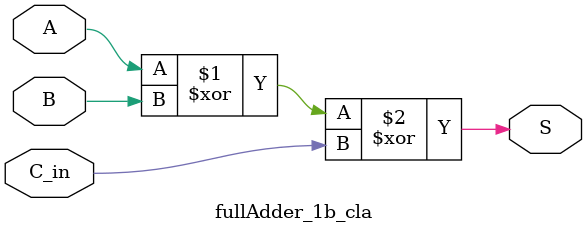
<source format=v>
/*
    CS/ECE 552 Spring '19
    Homework #3, Problem 2
    
    a 1-bit full adder
*/
module fullAdder_1b_cla(A, B, C_in, S);
   input  A, B;
   input   C_in;
   output  S;

   assign S = A ^ B ^ C_in;

endmodule

</source>
